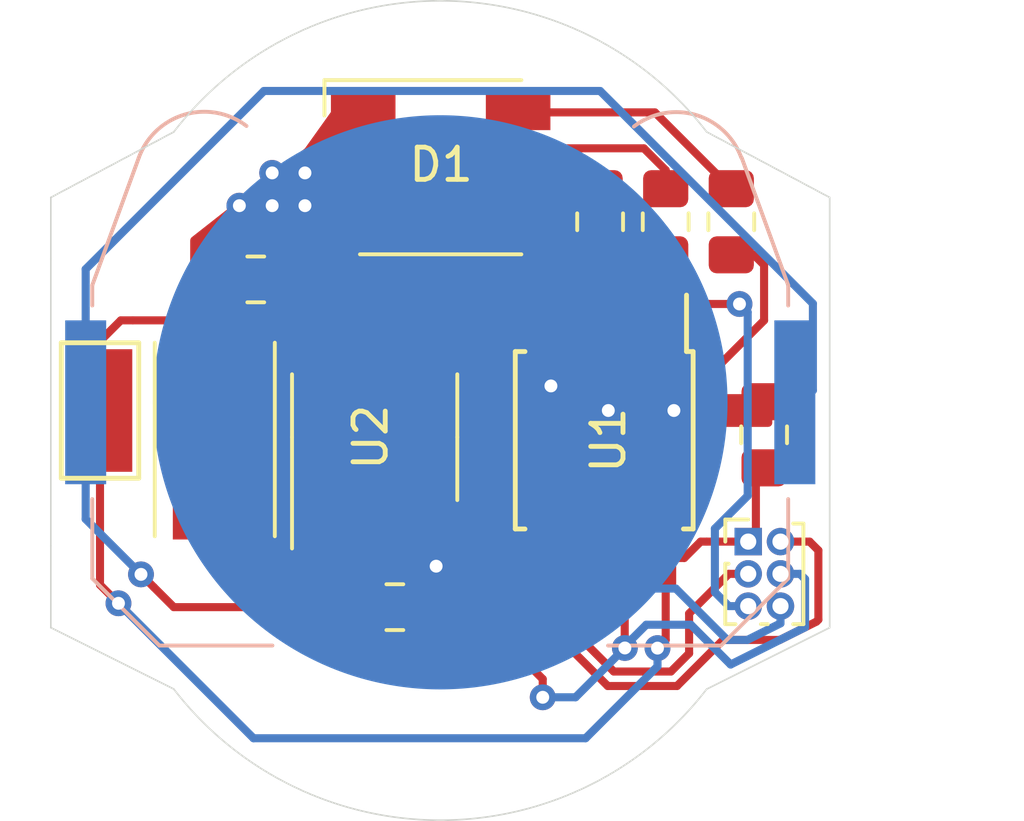
<source format=kicad_pcb>
(kicad_pcb (version 20171130) (host pcbnew "(5.1.5)-3")

  (general
    (thickness 1.6)
    (drawings 12)
    (tracks 144)
    (zones 0)
    (modules 13)
    (nets 16)
  )

  (page A4)
  (layers
    (0 F.Cu signal)
    (31 B.Cu signal)
    (32 B.Adhes user)
    (33 F.Adhes user)
    (34 B.Paste user)
    (35 F.Paste user)
    (36 B.SilkS user)
    (37 F.SilkS user)
    (38 B.Mask user hide)
    (39 F.Mask user)
    (40 Dwgs.User user)
    (41 Cmts.User user)
    (42 Eco1.User user)
    (43 Eco2.User user)
    (44 Edge.Cuts user)
    (45 Margin user)
    (46 B.CrtYd user)
    (47 F.CrtYd user)
    (48 B.Fab user)
    (49 F.Fab user)
  )

  (setup
    (last_trace_width 0.25)
    (trace_clearance 0.2)
    (zone_clearance 0)
    (zone_45_only no)
    (trace_min 0.2)
    (via_size 0.8)
    (via_drill 0.4)
    (via_min_size 0.4)
    (via_min_drill 0.3)
    (uvia_size 0.3)
    (uvia_drill 0.1)
    (uvias_allowed no)
    (uvia_min_size 0.2)
    (uvia_min_drill 0.1)
    (edge_width 0.05)
    (segment_width 0.2)
    (pcb_text_width 0.3)
    (pcb_text_size 1.5 1.5)
    (mod_edge_width 0.12)
    (mod_text_size 1 1)
    (mod_text_width 0.15)
    (pad_size 1.524 1.524)
    (pad_drill 0.762)
    (pad_to_mask_clearance 0.051)
    (solder_mask_min_width 0.25)
    (aux_axis_origin 0 0)
    (visible_elements 7FFFFFFF)
    (pcbplotparams
      (layerselection 0x010fc_ffffffff)
      (usegerberextensions false)
      (usegerberattributes false)
      (usegerberadvancedattributes false)
      (creategerberjobfile false)
      (excludeedgelayer true)
      (linewidth 0.100000)
      (plotframeref false)
      (viasonmask false)
      (mode 1)
      (useauxorigin false)
      (hpglpennumber 1)
      (hpglpenspeed 20)
      (hpglpendiameter 15.000000)
      (psnegative false)
      (psa4output false)
      (plotreference true)
      (plotvalue true)
      (plotinvisibletext false)
      (padsonsilk false)
      (subtractmaskfromsilk false)
      (outputformat 1)
      (mirror false)
      (drillshape 1)
      (scaleselection 1)
      (outputdirectory ""))
  )

  (net 0 "")
  (net 1 +BATT)
  (net 2 GND)
  (net 3 "Net-(D1-Pad4)")
  (net 4 "Net-(D1-Pad5)")
  (net 5 "Net-(D1-Pad6)")
  (net 6 B0)
  (net 7 B1)
  (net 8 B2)
  (net 9 B3)
  (net 10 B4)
  (net 11 B5)
  (net 12 "Net-(U2-Pad1)")
  (net 13 "Net-(U2-Pad2)")
  (net 14 "Net-(U2-Pad7)")
  (net 15 "Net-(C1-Pad1)")

  (net_class Default "This is the default net class."
    (clearance 0.2)
    (trace_width 0.25)
    (via_dia 0.8)
    (via_drill 0.4)
    (uvia_dia 0.3)
    (uvia_drill 0.1)
    (add_net +BATT)
    (add_net B0)
    (add_net B1)
    (add_net B2)
    (add_net B3)
    (add_net B4)
    (add_net B5)
    (add_net GND)
    (add_net "Net-(C1-Pad1)")
    (add_net "Net-(D1-Pad4)")
    (add_net "Net-(D1-Pad5)")
    (add_net "Net-(D1-Pad6)")
    (add_net "Net-(U2-Pad1)")
    (add_net "Net-(U2-Pad2)")
    (add_net "Net-(U2-Pad7)")
  )

  (module Capacitor_SMD:C_0805_2012Metric_Pad1.15x1.40mm_HandSolder (layer F.Cu) (tedit 5B36C52B) (tstamp 5FC14D88)
    (at 92.71 104.14 180)
    (descr "Capacitor SMD 0805 (2012 Metric), square (rectangular) end terminal, IPC_7351 nominal with elongated pad for handsoldering. (Body size source: https://docs.google.com/spreadsheets/d/1BsfQQcO9C6DZCsRaXUlFlo91Tg2WpOkGARC1WS5S8t0/edit?usp=sharing), generated with kicad-footprint-generator")
    (tags "capacitor handsolder")
    (path /5FC836C9)
    (attr smd)
    (fp_text reference C3 (at 0 -1.65) (layer F.SilkS) hide
      (effects (font (size 1 1) (thickness 0.15)))
    )
    (fp_text value 2.2uf (at 0 1.65) (layer F.Fab)
      (effects (font (size 1 1) (thickness 0.15)))
    )
    (fp_text user %R (at 0 0) (layer F.Fab)
      (effects (font (size 0.5 0.5) (thickness 0.08)))
    )
    (fp_line (start 1.85 0.95) (end -1.85 0.95) (layer F.CrtYd) (width 0.05))
    (fp_line (start 1.85 -0.95) (end 1.85 0.95) (layer F.CrtYd) (width 0.05))
    (fp_line (start -1.85 -0.95) (end 1.85 -0.95) (layer F.CrtYd) (width 0.05))
    (fp_line (start -1.85 0.95) (end -1.85 -0.95) (layer F.CrtYd) (width 0.05))
    (fp_line (start -0.261252 0.71) (end 0.261252 0.71) (layer F.SilkS) (width 0.12))
    (fp_line (start -0.261252 -0.71) (end 0.261252 -0.71) (layer F.SilkS) (width 0.12))
    (fp_line (start 1 0.6) (end -1 0.6) (layer F.Fab) (width 0.1))
    (fp_line (start 1 -0.6) (end 1 0.6) (layer F.Fab) (width 0.1))
    (fp_line (start -1 -0.6) (end 1 -0.6) (layer F.Fab) (width 0.1))
    (fp_line (start -1 0.6) (end -1 -0.6) (layer F.Fab) (width 0.1))
    (pad 2 smd roundrect (at 1.025 0 180) (size 1.15 1.4) (layers F.Cu F.Paste F.Mask) (roundrect_rratio 0.217391)
      (net 2 GND))
    (pad 1 smd roundrect (at -1.025 0 180) (size 1.15 1.4) (layers F.Cu F.Paste F.Mask) (roundrect_rratio 0.217391)
      (net 15 "Net-(C1-Pad1)"))
    (model ${KISYS3DMOD}/Capacitor_SMD.3dshapes/C_0805_2012Metric.wrl
      (at (xyz 0 0 0))
      (scale (xyz 1 1 1))
      (rotate (xyz 0 0 0))
    )
  )

  (module Package_SO:SOIC-8_3.9x4.9mm_P1.27mm (layer F.Cu) (tedit 5D9F72B1) (tstamp 5FC13E93)
    (at 96.393 109.031 90)
    (descr "SOIC, 8 Pin (JEDEC MS-012AA, https://www.analog.com/media/en/package-pcb-resources/package/pkg_pdf/soic_narrow-r/r_8.pdf), generated with kicad-footprint-generator ipc_gullwing_generator.py")
    (tags "SOIC SO")
    (path /5FBB8880)
    (attr smd)
    (fp_text reference U2 (at 0 -0.127 90) (layer F.SilkS)
      (effects (font (size 1 1) (thickness 0.15)))
    )
    (fp_text value PCF8523T (at 0 3.4 90) (layer F.Fab)
      (effects (font (size 1 1) (thickness 0.15)))
    )
    (fp_line (start 0 2.56) (end 1.95 2.56) (layer F.SilkS) (width 0.12))
    (fp_line (start 0 2.56) (end -1.95 2.56) (layer F.SilkS) (width 0.12))
    (fp_line (start 0 -2.56) (end 1.95 -2.56) (layer F.SilkS) (width 0.12))
    (fp_line (start 0 -2.56) (end -3.45 -2.56) (layer F.SilkS) (width 0.12))
    (fp_line (start -0.975 -2.45) (end 1.95 -2.45) (layer F.Fab) (width 0.1))
    (fp_line (start 1.95 -2.45) (end 1.95 2.45) (layer F.Fab) (width 0.1))
    (fp_line (start 1.95 2.45) (end -1.95 2.45) (layer F.Fab) (width 0.1))
    (fp_line (start -1.95 2.45) (end -1.95 -1.475) (layer F.Fab) (width 0.1))
    (fp_line (start -1.95 -1.475) (end -0.975 -2.45) (layer F.Fab) (width 0.1))
    (fp_line (start -3.7 -2.7) (end -3.7 2.7) (layer F.CrtYd) (width 0.05))
    (fp_line (start -3.7 2.7) (end 3.7 2.7) (layer F.CrtYd) (width 0.05))
    (fp_line (start 3.7 2.7) (end 3.7 -2.7) (layer F.CrtYd) (width 0.05))
    (fp_line (start 3.7 -2.7) (end -3.7 -2.7) (layer F.CrtYd) (width 0.05))
    (fp_text user %R (at 0 0 90) (layer F.Fab)
      (effects (font (size 0.98 0.98) (thickness 0.15)))
    )
    (pad 1 smd roundrect (at -2.475 -1.905 90) (size 1.95 0.6) (layers F.Cu F.Paste F.Mask) (roundrect_rratio 0.25)
      (net 12 "Net-(U2-Pad1)"))
    (pad 2 smd roundrect (at -2.475 -0.635 90) (size 1.95 0.6) (layers F.Cu F.Paste F.Mask) (roundrect_rratio 0.25)
      (net 13 "Net-(U2-Pad2)"))
    (pad 3 smd roundrect (at -2.475 0.635 90) (size 1.95 0.6) (layers F.Cu F.Paste F.Mask) (roundrect_rratio 0.25)
      (net 1 +BATT))
    (pad 4 smd roundrect (at -2.475 1.905 90) (size 1.95 0.6) (layers F.Cu F.Paste F.Mask) (roundrect_rratio 0.25)
      (net 2 GND))
    (pad 5 smd roundrect (at 2.475 1.905 90) (size 1.95 0.6) (layers F.Cu F.Paste F.Mask) (roundrect_rratio 0.25)
      (net 6 B0))
    (pad 6 smd roundrect (at 2.475 0.635 90) (size 1.95 0.6) (layers F.Cu F.Paste F.Mask) (roundrect_rratio 0.25)
      (net 8 B2))
    (pad 7 smd roundrect (at 2.475 -0.635 90) (size 1.95 0.6) (layers F.Cu F.Paste F.Mask) (roundrect_rratio 0.25)
      (net 14 "Net-(U2-Pad7)"))
    (pad 8 smd roundrect (at 2.475 -1.905 90) (size 1.95 0.6) (layers F.Cu F.Paste F.Mask) (roundrect_rratio 0.25)
      (net 15 "Net-(C1-Pad1)"))
    (model ${KISYS3DMOD}/Package_SO.3dshapes/SOIC-8_3.9x4.9mm_P1.27mm.wrl
      (at (xyz 0 0 0))
      (scale (xyz 1 1 1))
      (rotate (xyz 0 0 0))
    )
  )

  (module Capacitor_SMD:C_0805_2012Metric_Pad1.15x1.40mm_HandSolder (layer F.Cu) (tedit 5B36C52B) (tstamp 5FBB4251)
    (at 97.019 114.3)
    (descr "Capacitor SMD 0805 (2012 Metric), square (rectangular) end terminal, IPC_7351 nominal with elongated pad for handsoldering. (Body size source: https://docs.google.com/spreadsheets/d/1BsfQQcO9C6DZCsRaXUlFlo91Tg2WpOkGARC1WS5S8t0/edit?usp=sharing), generated with kicad-footprint-generator")
    (tags "capacitor handsolder")
    (path /5FBD65C1)
    (attr smd)
    (fp_text reference C2 (at -0.118 1.778) (layer F.SilkS) hide
      (effects (font (size 1 1) (thickness 0.15)))
    )
    (fp_text value 2.2uf (at 0 1.65) (layer F.Fab)
      (effects (font (size 1 1) (thickness 0.15)))
    )
    (fp_text user %R (at 0 0) (layer F.Fab)
      (effects (font (size 0.5 0.5) (thickness 0.08)))
    )
    (fp_line (start 1.85 0.95) (end -1.85 0.95) (layer F.CrtYd) (width 0.05))
    (fp_line (start 1.85 -0.95) (end 1.85 0.95) (layer F.CrtYd) (width 0.05))
    (fp_line (start -1.85 -0.95) (end 1.85 -0.95) (layer F.CrtYd) (width 0.05))
    (fp_line (start -1.85 0.95) (end -1.85 -0.95) (layer F.CrtYd) (width 0.05))
    (fp_line (start -0.261252 0.71) (end 0.261252 0.71) (layer F.SilkS) (width 0.12))
    (fp_line (start -0.261252 -0.71) (end 0.261252 -0.71) (layer F.SilkS) (width 0.12))
    (fp_line (start 1 0.6) (end -1 0.6) (layer F.Fab) (width 0.1))
    (fp_line (start 1 -0.6) (end 1 0.6) (layer F.Fab) (width 0.1))
    (fp_line (start -1 -0.6) (end 1 -0.6) (layer F.Fab) (width 0.1))
    (fp_line (start -1 0.6) (end -1 -0.6) (layer F.Fab) (width 0.1))
    (pad 2 smd roundrect (at 1.025 0) (size 1.15 1.4) (layers F.Cu F.Paste F.Mask) (roundrect_rratio 0.217391)
      (net 2 GND))
    (pad 1 smd roundrect (at -1.025 0) (size 1.15 1.4) (layers F.Cu F.Paste F.Mask) (roundrect_rratio 0.217391)
      (net 1 +BATT))
    (model ${KISYS3DMOD}/Capacitor_SMD.3dshapes/C_0805_2012Metric.wrl
      (at (xyz 0 0 0))
      (scale (xyz 1 1 1))
      (rotate (xyz 0 0 0))
    )
  )

  (module Connector_PinHeader_1.00mm:PinHeader_2x03_P1.00mm_Vertical (layer F.Cu) (tedit 59FED738) (tstamp 5FC03FD7)
    (at 107.966 112.268)
    (descr "Through hole straight pin header, 2x03, 1.00mm pitch, double rows")
    (tags "Through hole pin header THT 2x03 1.00mm double row")
    (path /5FBB7D01)
    (fp_text reference J1 (at 0.746 -1.524) (layer F.SilkS) hide
      (effects (font (size 1 1) (thickness 0.15)))
    )
    (fp_text value "Programming Header" (at 0.5 3.56) (layer F.Fab)
      (effects (font (size 1 1) (thickness 0.15)))
    )
    (fp_text user %R (at 0.5 1 90) (layer F.Fab)
      (effects (font (size 1 1) (thickness 0.15)))
    )
    (fp_line (start 2.15 -1) (end -1.15 -1) (layer F.CrtYd) (width 0.05))
    (fp_line (start 2.15 3) (end 2.15 -1) (layer F.CrtYd) (width 0.05))
    (fp_line (start -1.15 3) (end 2.15 3) (layer F.CrtYd) (width 0.05))
    (fp_line (start -1.15 -1) (end -1.15 3) (layer F.CrtYd) (width 0.05))
    (fp_line (start -0.71 -0.685) (end 0 -0.685) (layer F.SilkS) (width 0.12))
    (fp_line (start -0.71 0) (end -0.71 -0.685) (layer F.SilkS) (width 0.12))
    (fp_line (start 1.394493 -0.56) (end 1.71 -0.56) (layer F.SilkS) (width 0.12))
    (fp_line (start -0.71 0.685) (end -0.608276 0.685) (layer F.SilkS) (width 0.12))
    (fp_line (start 1.71 -0.56) (end 1.71 2.56) (layer F.SilkS) (width 0.12))
    (fp_line (start -0.71 0.685) (end -0.71 2.56) (layer F.SilkS) (width 0.12))
    (fp_line (start 0.394493 2.56) (end 0.605507 2.56) (layer F.SilkS) (width 0.12))
    (fp_line (start 1.394493 2.56) (end 1.71 2.56) (layer F.SilkS) (width 0.12))
    (fp_line (start -0.71 2.56) (end -0.394493 2.56) (layer F.SilkS) (width 0.12))
    (fp_line (start -0.65 0.075) (end -0.075 -0.5) (layer F.Fab) (width 0.1))
    (fp_line (start -0.65 2.5) (end -0.65 0.075) (layer F.Fab) (width 0.1))
    (fp_line (start 1.65 2.5) (end -0.65 2.5) (layer F.Fab) (width 0.1))
    (fp_line (start 1.65 -0.5) (end 1.65 2.5) (layer F.Fab) (width 0.1))
    (fp_line (start -0.075 -0.5) (end 1.65 -0.5) (layer F.Fab) (width 0.1))
    (pad 6 thru_hole oval (at 1 2) (size 0.85 0.85) (drill 0.5) (layers *.Cu *.Mask)
      (net 2 GND))
    (pad 5 thru_hole oval (at 0 2) (size 0.85 0.85) (drill 0.5) (layers *.Cu *.Mask)
      (net 11 B5))
    (pad 4 thru_hole oval (at 1 1) (size 0.85 0.85) (drill 0.5) (layers *.Cu *.Mask)
      (net 8 B2))
    (pad 3 thru_hole oval (at 0 1) (size 0.85 0.85) (drill 0.5) (layers *.Cu *.Mask)
      (net 7 B1))
    (pad 2 thru_hole oval (at 1 0) (size 0.85 0.85) (drill 0.5) (layers *.Cu *.Mask)
      (net 6 B0))
    (pad 1 thru_hole rect (at 0 0) (size 0.85 0.85) (drill 0.5) (layers *.Cu *.Mask)
      (net 15 "Net-(C1-Pad1)"))
    (model ${KISYS3DMOD}/Connector_PinHeader_1.00mm.3dshapes/PinHeader_2x03_P1.00mm_Vertical.wrl
      (at (xyz 0 0 0))
      (scale (xyz 1 1 1))
      (rotate (xyz 0 0 0))
    )
  )

  (module Package_SO:SOIJ-8_5.3x5.3mm_P1.27mm (layer F.Cu) (tedit 5A02F2D3) (tstamp 5FC05815)
    (at 103.505 109.126 270)
    (descr "8-Lead Plastic Small Outline (SM) - Medium, 5.28 mm Body [SOIC] (see Microchip Packaging Specification 00000049BS.pdf)")
    (tags "SOIC 1.27")
    (path /5FBAB800)
    (attr smd)
    (fp_text reference U1 (at 0 -0.127 90) (layer F.SilkS)
      (effects (font (size 1 1) (thickness 0.15)))
    )
    (fp_text value ATtiny85-20SU (at 0 3.68 90) (layer F.Fab)
      (effects (font (size 1 1) (thickness 0.15)))
    )
    (fp_text user %R (at 0 0 90) (layer F.Fab)
      (effects (font (size 1 1) (thickness 0.15)))
    )
    (fp_line (start -1.65 -2.65) (end 2.65 -2.65) (layer F.Fab) (width 0.15))
    (fp_line (start 2.65 -2.65) (end 2.65 2.65) (layer F.Fab) (width 0.15))
    (fp_line (start 2.65 2.65) (end -2.65 2.65) (layer F.Fab) (width 0.15))
    (fp_line (start -2.65 2.65) (end -2.65 -1.65) (layer F.Fab) (width 0.15))
    (fp_line (start -2.65 -1.65) (end -1.65 -2.65) (layer F.Fab) (width 0.15))
    (fp_line (start -4.75 -2.95) (end -4.75 2.95) (layer F.CrtYd) (width 0.05))
    (fp_line (start 4.75 -2.95) (end 4.75 2.95) (layer F.CrtYd) (width 0.05))
    (fp_line (start -4.75 -2.95) (end 4.75 -2.95) (layer F.CrtYd) (width 0.05))
    (fp_line (start -4.75 2.95) (end 4.75 2.95) (layer F.CrtYd) (width 0.05))
    (fp_line (start -2.75 -2.755) (end -2.75 -2.55) (layer F.SilkS) (width 0.15))
    (fp_line (start 2.75 -2.755) (end 2.75 -2.455) (layer F.SilkS) (width 0.15))
    (fp_line (start 2.75 2.755) (end 2.75 2.455) (layer F.SilkS) (width 0.15))
    (fp_line (start -2.75 2.755) (end -2.75 2.455) (layer F.SilkS) (width 0.15))
    (fp_line (start -2.75 -2.755) (end 2.75 -2.755) (layer F.SilkS) (width 0.15))
    (fp_line (start -2.75 2.755) (end 2.75 2.755) (layer F.SilkS) (width 0.15))
    (fp_line (start -2.75 -2.55) (end -4.5 -2.55) (layer F.SilkS) (width 0.15))
    (pad 1 smd rect (at -3.65 -1.905 270) (size 1.7 0.65) (layers F.Cu F.Paste F.Mask)
      (net 11 B5))
    (pad 2 smd rect (at -3.65 -0.635 270) (size 1.7 0.65) (layers F.Cu F.Paste F.Mask)
      (net 9 B3))
    (pad 3 smd rect (at -3.65 0.635 270) (size 1.7 0.65) (layers F.Cu F.Paste F.Mask)
      (net 10 B4))
    (pad 4 smd rect (at -3.65 1.905 270) (size 1.7 0.65) (layers F.Cu F.Paste F.Mask)
      (net 2 GND))
    (pad 5 smd rect (at 3.65 1.905 270) (size 1.7 0.65) (layers F.Cu F.Paste F.Mask)
      (net 6 B0))
    (pad 6 smd rect (at 3.65 0.635 270) (size 1.7 0.65) (layers F.Cu F.Paste F.Mask)
      (net 7 B1))
    (pad 7 smd rect (at 3.65 -0.635 270) (size 1.7 0.65) (layers F.Cu F.Paste F.Mask)
      (net 8 B2))
    (pad 8 smd rect (at 3.65 -1.905 270) (size 1.7 0.65) (layers F.Cu F.Paste F.Mask)
      (net 15 "Net-(C1-Pad1)"))
    (model ${KISYS3DMOD}/Package_SO.3dshapes/SOIJ-8_5.3x5.3mm_P1.27mm.wrl
      (at (xyz 0 0 0))
      (scale (xyz 1 1 1))
      (rotate (xyz 0 0 0))
    )
  )

  (module LED_SMD:LED_RGB_5050-6 (layer F.Cu) (tedit 59155824) (tstamp 5FC052BA)
    (at 98.438 100.662)
    (descr http://cdn.sparkfun.com/datasheets/Components/LED/5060BRG4.pdf)
    (tags "RGB LED 5050-6")
    (path /5FBB0105)
    (attr smd)
    (fp_text reference D1 (at 0.013 -0.078 180) (layer F.SilkS)
      (effects (font (size 1 1) (thickness 0.15)))
    )
    (fp_text value LED_RGB (at 0 3.3) (layer F.Fab)
      (effects (font (size 1 1) (thickness 0.15)))
    )
    (fp_line (start -2.5 -1.9) (end -1.9 -2.5) (layer F.Fab) (width 0.1))
    (fp_line (start 2.5 -2.5) (end -2.5 -2.5) (layer F.Fab) (width 0.1))
    (fp_line (start 2.5 2.5) (end 2.5 -2.5) (layer F.Fab) (width 0.1))
    (fp_line (start -2.5 2.5) (end 2.5 2.5) (layer F.Fab) (width 0.1))
    (fp_line (start -2.5 -2.5) (end -2.5 2.5) (layer F.Fab) (width 0.1))
    (fp_line (start -3.6 -2.7) (end 2.5 -2.7) (layer F.SilkS) (width 0.12))
    (fp_line (start -3.6 -1.6) (end -3.6 -2.7) (layer F.SilkS) (width 0.12))
    (fp_line (start 2.5 2.7) (end -2.5 2.7) (layer F.SilkS) (width 0.12))
    (fp_line (start 3.65 -2.75) (end -3.65 -2.75) (layer F.CrtYd) (width 0.05))
    (fp_line (start 3.65 2.75) (end 3.65 -2.75) (layer F.CrtYd) (width 0.05))
    (fp_line (start -3.65 2.75) (end 3.65 2.75) (layer F.CrtYd) (width 0.05))
    (fp_line (start -3.65 -2.75) (end -3.65 2.75) (layer F.CrtYd) (width 0.05))
    (fp_text user %R (at 0 0) (layer F.Fab)
      (effects (font (size 0.6 0.6) (thickness 0.06)))
    )
    (fp_circle (center 0 0) (end 0 -1.9) (layer F.Fab) (width 0.1))
    (pad 1 smd rect (at -2.4 -1.7 90) (size 1.1 2) (layers F.Cu F.Paste F.Mask)
      (net 2 GND))
    (pad 2 smd rect (at -2.4 0 90) (size 1.1 2) (layers F.Cu F.Paste F.Mask)
      (net 2 GND))
    (pad 3 smd rect (at -2.4 1.7 90) (size 1.1 2) (layers F.Cu F.Paste F.Mask)
      (net 2 GND))
    (pad 4 smd rect (at 2.4 1.7 90) (size 1.1 2) (layers F.Cu F.Paste F.Mask)
      (net 3 "Net-(D1-Pad4)"))
    (pad 5 smd rect (at 2.4 0 90) (size 1.1 2) (layers F.Cu F.Paste F.Mask)
      (net 4 "Net-(D1-Pad5)"))
    (pad 6 smd rect (at 2.4 -1.7 90) (size 1.1 2) (layers F.Cu F.Paste F.Mask)
      (net 5 "Net-(D1-Pad6)"))
    (model ${KISYS3DMOD}/LED_SMD.3dshapes/LED_RGB_5050-6.wrl
      (at (xyz 0 0 0))
      (scale (xyz 1 1 1))
      (rotate (xyz 0 0 0))
    )
  )

  (module Battery:BatteryHolder_Keystone_3034_1x20mm (layer B.Cu) (tedit 5D9CBF18) (tstamp 5FBB3ECC)
    (at 98.425 107.95)
    (descr "Keystone 3034 SMD battery holder for 2020, 2025 and 2032 coincell batteries. http://www.keyelco.com/product-pdf.cfm?p=798")
    (tags "Keystone type 3034 coin cell retainer")
    (path /5FBBA94D)
    (attr smd)
    (fp_text reference J2 (at 0 11.5) (layer B.SilkS) hide
      (effects (font (size 1 1) (thickness 0.15)) (justify mirror))
    )
    (fp_text value "CR2023 Socket" (at 0 -11.5) (layer B.Fab)
      (effects (font (size 1 1) (thickness 0.15)) (justify mirror))
    )
    (fp_line (start 8.7 7.54) (end 5.2 7.54) (layer B.SilkS) (width 0.12))
    (fp_line (start 11.87 -2.79) (end 11.87 2.79) (layer B.CrtYd) (width 0.05))
    (fp_line (start 10.88 -2.79) (end 11.87 -2.79) (layer B.CrtYd) (width 0.05))
    (fp_line (start 10.88 -3.64) (end 10.88 -2.79) (layer B.CrtYd) (width 0.05))
    (fp_line (start 9.43 -7.63) (end 10.88 -3.64) (layer B.CrtYd) (width 0.05))
    (fp_arc (start 7.31 -6.85) (end 5.96 -8.64) (angle 106.9) (layer B.CrtYd) (width 0.05))
    (fp_arc (start 0 0) (end -5.96 -8.64) (angle 69.1) (layer B.CrtYd) (width 0.05))
    (fp_arc (start -7.31 -6.85) (end -9.43 -7.62) (angle 106.9) (layer B.CrtYd) (width 0.05))
    (fp_line (start -10.88 -3.64) (end -9.44 -7.62) (layer B.CrtYd) (width 0.05))
    (fp_line (start -10.88 -2.79) (end -10.88 -3.64) (layer B.CrtYd) (width 0.05))
    (fp_line (start -11.87 -2.79) (end -10.88 -2.79) (layer B.CrtYd) (width 0.05))
    (fp_line (start -11.87 2.79) (end -11.87 -2.79) (layer B.CrtYd) (width 0.05))
    (fp_line (start -10.88 2.79) (end -11.87 2.79) (layer B.CrtYd) (width 0.05))
    (fp_line (start -10.88 5.5) (end -10.88 2.79) (layer B.CrtYd) (width 0.05))
    (fp_line (start -8.74 7.64) (end -10.88 5.5) (layer B.CrtYd) (width 0.05))
    (fp_line (start -7.2 7.64) (end -8.74 7.64) (layer B.CrtYd) (width 0.05))
    (fp_arc (start 0 0) (end 7.2 7.64) (angle 86.6) (layer B.CrtYd) (width 0.05))
    (fp_line (start 8.74 7.64) (end 7.2 7.64) (layer B.CrtYd) (width 0.05))
    (fp_line (start 10.88 5.5) (end 8.74 7.64) (layer B.CrtYd) (width 0.05))
    (fp_line (start 10.88 2.79) (end 10.88 5.5) (layer B.CrtYd) (width 0.05))
    (fp_line (start 11.87 2.79) (end 10.88 2.79) (layer B.CrtYd) (width 0.05))
    (fp_arc (start -7.31 -6.85) (end -9.19 -7.53) (angle 107.5) (layer B.Fab) (width 0.1))
    (fp_arc (start 0 -16.36) (end 6.1 -8.43) (angle 75.1) (layer B.Fab) (width 0.1))
    (fp_arc (start 7.31 -6.85) (end 6.1 -8.43) (angle 107.5) (layer B.Fab) (width 0.1))
    (fp_line (start 10.63 -3.6) (end 9.19 -7.53) (layer B.Fab) (width 0.1))
    (fp_line (start 10.63 5.4) (end 10.63 -3.6) (layer B.Fab) (width 0.1))
    (fp_line (start 8.64 7.39) (end 10.63 5.4) (layer B.Fab) (width 0.1))
    (fp_line (start -8.64 7.39) (end 8.64 7.39) (layer B.Fab) (width 0.1))
    (fp_line (start -10.63 5.4) (end -8.64 7.39) (layer B.Fab) (width 0.1))
    (fp_line (start -10.63 -3.6) (end -10.63 5.4) (layer B.Fab) (width 0.1))
    (fp_line (start -9.19 -7.53) (end -10.63 -3.6) (layer B.Fab) (width 0.1))
    (fp_line (start 10.78 -3) (end 10.78 -3.63) (layer B.SilkS) (width 0.12))
    (fp_line (start 10.78 5.46) (end 10.78 3) (layer B.SilkS) (width 0.12))
    (fp_line (start -10.78 -3) (end -10.78 -3.63) (layer B.SilkS) (width 0.12))
    (fp_line (start -10.78 5.46) (end -10.78 3) (layer B.SilkS) (width 0.12))
    (fp_arc (start 7.31 -6.85) (end 6 -8.55) (angle 107.5) (layer B.SilkS) (width 0.12))
    (fp_line (start 10.78 -3.63) (end 9.34 -7.58) (layer B.SilkS) (width 0.12))
    (fp_line (start 8.7 7.54) (end 10.78 5.46) (layer B.SilkS) (width 0.12))
    (fp_line (start -5.2 7.54) (end -8.7 7.54) (layer B.SilkS) (width 0.12))
    (fp_line (start -8.7 7.54) (end -10.78 5.46) (layer B.SilkS) (width 0.12))
    (fp_line (start -10.78 -3.63) (end -9.34 -7.58) (layer B.SilkS) (width 0.12))
    (fp_arc (start -7.31 -6.85) (end -9.34 -7.58) (angle 107.5) (layer B.SilkS) (width 0.12))
    (fp_circle (center 0 0) (end 0 -10.25) (layer Dwgs.User) (width 0.15))
    (fp_text user %R (at 0 2.9) (layer B.Fab)
      (effects (font (size 1 1) (thickness 0.15)) (justify mirror))
    )
    (pad 1 smd rect (at -10.985 0) (size 1.27 5.08) (layers B.Cu B.Paste B.Mask)
      (net 1 +BATT))
    (pad 1 smd rect (at 10.985 0) (size 1.27 5.08) (layers B.Cu B.Paste B.Mask)
      (net 1 +BATT))
    (pad 2 smd circle (at 0 0) (size 17.8 17.8) (layers B.Cu B.Mask)
      (net 2 GND))
    (model ${KISYS3DMOD}/Battery.3dshapes/BatteryHolder_Keystone_3034_1x20mm.wrl
      (at (xyz 0 0 0))
      (scale (xyz 1 1 1))
      (rotate (xyz 0 0 0))
    )
  )

  (module Capacitor_SMD:C_0805_2012Metric_Pad1.15x1.40mm_HandSolder (layer F.Cu) (tedit 5B36C52B) (tstamp 5FBB502E)
    (at 108.458 108.957 90)
    (descr "Capacitor SMD 0805 (2012 Metric), square (rectangular) end terminal, IPC_7351 nominal with elongated pad for handsoldering. (Body size source: https://docs.google.com/spreadsheets/d/1BsfQQcO9C6DZCsRaXUlFlo91Tg2WpOkGARC1WS5S8t0/edit?usp=sharing), generated with kicad-footprint-generator")
    (tags "capacitor handsolder")
    (path /5FBC4359)
    (attr smd)
    (fp_text reference C1 (at 2.531 0 180) (layer F.SilkS) hide
      (effects (font (size 1 1) (thickness 0.15)))
    )
    (fp_text value 2.2uf (at 0 1.65 90) (layer F.Fab)
      (effects (font (size 1 1) (thickness 0.15)))
    )
    (fp_text user %R (at 0 0 90) (layer F.Fab)
      (effects (font (size 0.5 0.5) (thickness 0.08)))
    )
    (fp_line (start 1.85 0.95) (end -1.85 0.95) (layer F.CrtYd) (width 0.05))
    (fp_line (start 1.85 -0.95) (end 1.85 0.95) (layer F.CrtYd) (width 0.05))
    (fp_line (start -1.85 -0.95) (end 1.85 -0.95) (layer F.CrtYd) (width 0.05))
    (fp_line (start -1.85 0.95) (end -1.85 -0.95) (layer F.CrtYd) (width 0.05))
    (fp_line (start -0.261252 0.71) (end 0.261252 0.71) (layer F.SilkS) (width 0.12))
    (fp_line (start -0.261252 -0.71) (end 0.261252 -0.71) (layer F.SilkS) (width 0.12))
    (fp_line (start 1 0.6) (end -1 0.6) (layer F.Fab) (width 0.1))
    (fp_line (start 1 -0.6) (end 1 0.6) (layer F.Fab) (width 0.1))
    (fp_line (start -1 -0.6) (end 1 -0.6) (layer F.Fab) (width 0.1))
    (fp_line (start -1 0.6) (end -1 -0.6) (layer F.Fab) (width 0.1))
    (pad 2 smd roundrect (at 1.025 0 90) (size 1.15 1.4) (layers F.Cu F.Paste F.Mask) (roundrect_rratio 0.217391)
      (net 2 GND))
    (pad 1 smd roundrect (at -1.025 0 90) (size 1.15 1.4) (layers F.Cu F.Paste F.Mask) (roundrect_rratio 0.217391)
      (net 15 "Net-(C1-Pad1)"))
    (model ${KISYS3DMOD}/Capacitor_SMD.3dshapes/C_0805_2012Metric.wrl
      (at (xyz 0 0 0))
      (scale (xyz 1 1 1))
      (rotate (xyz 0 0 0))
    )
  )

  (module Resistor_SMD:R_0805_2012Metric_Pad1.15x1.40mm_HandSolder (layer F.Cu) (tedit 5B36C52B) (tstamp 5FC05F49)
    (at 103.378 102.353 270)
    (descr "Resistor SMD 0805 (2012 Metric), square (rectangular) end terminal, IPC_7351 nominal with elongated pad for handsoldering. (Body size source: https://docs.google.com/spreadsheets/d/1BsfQQcO9C6DZCsRaXUlFlo91Tg2WpOkGARC1WS5S8t0/edit?usp=sharing), generated with kicad-footprint-generator")
    (tags "resistor handsolder")
    (path /5FBCEB5D)
    (attr smd)
    (fp_text reference R1 (at -2.531 0 180) (layer F.SilkS) hide
      (effects (font (size 1 1) (thickness 0.15)))
    )
    (fp_text value "30 ohm" (at 0 1.65 90) (layer F.Fab)
      (effects (font (size 1 1) (thickness 0.15)))
    )
    (fp_line (start -1 0.6) (end -1 -0.6) (layer F.Fab) (width 0.1))
    (fp_line (start -1 -0.6) (end 1 -0.6) (layer F.Fab) (width 0.1))
    (fp_line (start 1 -0.6) (end 1 0.6) (layer F.Fab) (width 0.1))
    (fp_line (start 1 0.6) (end -1 0.6) (layer F.Fab) (width 0.1))
    (fp_line (start -0.261252 -0.71) (end 0.261252 -0.71) (layer F.SilkS) (width 0.12))
    (fp_line (start -0.261252 0.71) (end 0.261252 0.71) (layer F.SilkS) (width 0.12))
    (fp_line (start -1.85 0.95) (end -1.85 -0.95) (layer F.CrtYd) (width 0.05))
    (fp_line (start -1.85 -0.95) (end 1.85 -0.95) (layer F.CrtYd) (width 0.05))
    (fp_line (start 1.85 -0.95) (end 1.85 0.95) (layer F.CrtYd) (width 0.05))
    (fp_line (start 1.85 0.95) (end -1.85 0.95) (layer F.CrtYd) (width 0.05))
    (fp_text user %R (at 0 0 90) (layer F.Fab)
      (effects (font (size 0.5 0.5) (thickness 0.08)))
    )
    (pad 1 smd roundrect (at -1.025 0 270) (size 1.15 1.4) (layers F.Cu F.Paste F.Mask) (roundrect_rratio 0.217391)
      (net 3 "Net-(D1-Pad4)"))
    (pad 2 smd roundrect (at 1.025 0 270) (size 1.15 1.4) (layers F.Cu F.Paste F.Mask) (roundrect_rratio 0.217391)
      (net 7 B1))
    (model ${KISYS3DMOD}/Resistor_SMD.3dshapes/R_0805_2012Metric.wrl
      (at (xyz 0 0 0))
      (scale (xyz 1 1 1))
      (rotate (xyz 0 0 0))
    )
  )

  (module Resistor_SMD:R_0805_2012Metric_Pad1.15x1.40mm_HandSolder (layer F.Cu) (tedit 5B36C52B) (tstamp 5FC0504B)
    (at 105.41 102.353 270)
    (descr "Resistor SMD 0805 (2012 Metric), square (rectangular) end terminal, IPC_7351 nominal with elongated pad for handsoldering. (Body size source: https://docs.google.com/spreadsheets/d/1BsfQQcO9C6DZCsRaXUlFlo91Tg2WpOkGARC1WS5S8t0/edit?usp=sharing), generated with kicad-footprint-generator")
    (tags "resistor handsolder")
    (path /5FBD0351)
    (attr smd)
    (fp_text reference R2 (at -2.531 0 180) (layer F.SilkS) hide
      (effects (font (size 1 1) (thickness 0.15)))
    )
    (fp_text value "30 ohm" (at 0 1.65 90) (layer F.Fab)
      (effects (font (size 1 1) (thickness 0.15)))
    )
    (fp_text user %R (at 0 0 90) (layer F.Fab)
      (effects (font (size 0.5 0.5) (thickness 0.08)))
    )
    (fp_line (start 1.85 0.95) (end -1.85 0.95) (layer F.CrtYd) (width 0.05))
    (fp_line (start 1.85 -0.95) (end 1.85 0.95) (layer F.CrtYd) (width 0.05))
    (fp_line (start -1.85 -0.95) (end 1.85 -0.95) (layer F.CrtYd) (width 0.05))
    (fp_line (start -1.85 0.95) (end -1.85 -0.95) (layer F.CrtYd) (width 0.05))
    (fp_line (start -0.261252 0.71) (end 0.261252 0.71) (layer F.SilkS) (width 0.12))
    (fp_line (start -0.261252 -0.71) (end 0.261252 -0.71) (layer F.SilkS) (width 0.12))
    (fp_line (start 1 0.6) (end -1 0.6) (layer F.Fab) (width 0.1))
    (fp_line (start 1 -0.6) (end 1 0.6) (layer F.Fab) (width 0.1))
    (fp_line (start -1 -0.6) (end 1 -0.6) (layer F.Fab) (width 0.1))
    (fp_line (start -1 0.6) (end -1 -0.6) (layer F.Fab) (width 0.1))
    (pad 2 smd roundrect (at 1.025 0 270) (size 1.15 1.4) (layers F.Cu F.Paste F.Mask) (roundrect_rratio 0.217391)
      (net 9 B3))
    (pad 1 smd roundrect (at -1.025 0 270) (size 1.15 1.4) (layers F.Cu F.Paste F.Mask) (roundrect_rratio 0.217391)
      (net 4 "Net-(D1-Pad5)"))
    (model ${KISYS3DMOD}/Resistor_SMD.3dshapes/R_0805_2012Metric.wrl
      (at (xyz 0 0 0))
      (scale (xyz 1 1 1))
      (rotate (xyz 0 0 0))
    )
  )

  (module Resistor_SMD:R_0805_2012Metric_Pad1.15x1.40mm_HandSolder (layer F.Cu) (tedit 5B36C52B) (tstamp 5FBB51E7)
    (at 107.442 102.353 270)
    (descr "Resistor SMD 0805 (2012 Metric), square (rectangular) end terminal, IPC_7351 nominal with elongated pad for handsoldering. (Body size source: https://docs.google.com/spreadsheets/d/1BsfQQcO9C6DZCsRaXUlFlo91Tg2WpOkGARC1WS5S8t0/edit?usp=sharing), generated with kicad-footprint-generator")
    (tags "resistor handsolder")
    (path /5FBD0E6B)
    (attr smd)
    (fp_text reference R3 (at 2.549 0 180) (layer F.SilkS) hide
      (effects (font (size 1 1) (thickness 0.15)))
    )
    (fp_text value "30 ohm" (at 0 1.65 90) (layer F.Fab)
      (effects (font (size 1 1) (thickness 0.15)))
    )
    (fp_text user %R (at 0 0 90) (layer F.Fab)
      (effects (font (size 0.5 0.5) (thickness 0.08)))
    )
    (fp_line (start 1.85 0.95) (end -1.85 0.95) (layer F.CrtYd) (width 0.05))
    (fp_line (start 1.85 -0.95) (end 1.85 0.95) (layer F.CrtYd) (width 0.05))
    (fp_line (start -1.85 -0.95) (end 1.85 -0.95) (layer F.CrtYd) (width 0.05))
    (fp_line (start -1.85 0.95) (end -1.85 -0.95) (layer F.CrtYd) (width 0.05))
    (fp_line (start -0.261252 0.71) (end 0.261252 0.71) (layer F.SilkS) (width 0.12))
    (fp_line (start -0.261252 -0.71) (end 0.261252 -0.71) (layer F.SilkS) (width 0.12))
    (fp_line (start 1 0.6) (end -1 0.6) (layer F.Fab) (width 0.1))
    (fp_line (start 1 -0.6) (end 1 0.6) (layer F.Fab) (width 0.1))
    (fp_line (start -1 -0.6) (end 1 -0.6) (layer F.Fab) (width 0.1))
    (fp_line (start -1 0.6) (end -1 -0.6) (layer F.Fab) (width 0.1))
    (pad 2 smd roundrect (at 1.025 0 270) (size 1.15 1.4) (layers F.Cu F.Paste F.Mask) (roundrect_rratio 0.217391)
      (net 10 B4))
    (pad 1 smd roundrect (at -1.025 0 270) (size 1.15 1.4) (layers F.Cu F.Paste F.Mask) (roundrect_rratio 0.217391)
      (net 5 "Net-(D1-Pad6)"))
    (model ${KISYS3DMOD}/Resistor_SMD.3dshapes/R_0805_2012Metric.wrl
      (at (xyz 0 0 0))
      (scale (xyz 1 1 1))
      (rotate (xyz 0 0 0))
    )
  )

  (module Crystal:Crystal_SMD_Abracon_ABM7-2Pin_6.0x3.5mm (layer F.Cu) (tedit 5B7D6636) (tstamp 5FBB64BA)
    (at 91.44 109.102 90)
    (descr "SMD Crystal Abracon ABM7, https://abracon.com/Resonators/abm7.pdf")
    (tags "SMD SMT crystal")
    (path /5FBEADBB)
    (attr smd)
    (fp_text reference Y1 (at -4.318 0.127 180) (layer F.SilkS) hide
      (effects (font (size 1 1) (thickness 0.15)))
    )
    (fp_text value 32.768 (at -0.762 2.667 90) (layer F.Fab)
      (effects (font (size 1 1) (thickness 0.15)))
    )
    (fp_text user %R (at 4.318 -1.143 90) (layer F.Fab)
      (effects (font (size 1 1) (thickness 0.15)))
    )
    (fp_line (start -3 -1.75) (end -3 1.75) (layer F.Fab) (width 0.1))
    (fp_line (start -3 1.75) (end 3 1.75) (layer F.Fab) (width 0.1))
    (fp_line (start 3 -1.75) (end 3 1.75) (layer F.Fab) (width 0.1))
    (fp_line (start -3 -1.75) (end 3 -1.75) (layer F.Fab) (width 0.1))
    (fp_line (start -3 -1.86) (end 3 -1.86) (layer F.SilkS) (width 0.12))
    (fp_line (start -3 1.86) (end 3 1.86) (layer F.SilkS) (width 0.12))
    (fp_line (start -3.35 -2) (end 3.35 -2) (layer F.CrtYd) (width 0.05))
    (fp_line (start -3.35 -2) (end -3.35 2) (layer F.CrtYd) (width 0.05))
    (fp_line (start 3.35 2) (end 3.35 -2) (layer F.CrtYd) (width 0.05))
    (fp_line (start 3.35 2) (end -3.35 2) (layer F.CrtYd) (width 0.05))
    (pad 1 smd rect (at -2.15 0 90) (size 1.9 2.6) (layers F.Cu F.Paste F.Mask)
      (net 13 "Net-(U2-Pad2)"))
    (pad 2 smd rect (at 2.15 0 90) (size 1.9 2.6) (layers F.Cu F.Paste F.Mask)
      (net 12 "Net-(U2-Pad1)"))
    (model ${KISYS3DMOD}/Crystal.3dshapes/Crystal_SMD_Abracon_ABM7-2Pin_6.0x3.5mm.wrl
      (at (xyz 0 0 0))
      (scale (xyz 1 1 1))
      (rotate (xyz 0 0 0))
    )
  )

  (module TestPoint:TestPoint_Keystone_5019_Minature (layer F.Cu) (tedit 5A0F774F) (tstamp 5FC068E0)
    (at 87.884 108.204 270)
    (descr "SMT Test Point- Micro Miniature 5019, http://www.keyelco.com/product-pdf.cfm?p=1357")
    (tags "Test Point")
    (path /5FBCE2ED)
    (attr smd)
    (fp_text reference H1 (at -3.048 0 180) (layer F.SilkS) hide
      (effects (font (size 1 1) (thickness 0.15)))
    )
    (fp_text value "Battery Mechanical Switch Pad" (at 0 2.25 90) (layer F.Fab)
      (effects (font (size 1 1) (thickness 0.15)))
    )
    (fp_text user %R (at 0 0) (layer F.Fab)
      (effects (font (size 0.9 0.9) (thickness 0.135)))
    )
    (fp_line (start 0 0.5) (end 0 1) (layer F.Fab) (width 0.15))
    (fp_line (start 0 -1) (end 0 -0.5) (layer F.Fab) (width 0.15))
    (fp_line (start -1.9 -0.5) (end 1.9 -0.5) (layer F.Fab) (width 0.15))
    (fp_line (start 1.9 0.5) (end -1.9 0.5) (layer F.Fab) (width 0.15))
    (fp_line (start 1.25 -1) (end -1.25 -1) (layer F.Fab) (width 0.15))
    (fp_line (start -1.25 -1) (end -1.25 -0.5) (layer F.Fab) (width 0.15))
    (fp_line (start -1.25 -0.5) (end -1.75 -0.5) (layer F.Fab) (width 0.15))
    (fp_line (start -1.9 -0.5) (end -1.9 0.5) (layer F.Fab) (width 0.15))
    (fp_line (start -1.75 0.5) (end -1.25 0.5) (layer F.Fab) (width 0.15))
    (fp_line (start -1.25 0.5) (end -1.25 1) (layer F.Fab) (width 0.15))
    (fp_line (start -1.25 1) (end 1.25 1) (layer F.Fab) (width 0.15))
    (fp_line (start 1.25 1) (end 1.25 0.5) (layer F.Fab) (width 0.15))
    (fp_line (start 1.25 0.5) (end 1.75 0.5) (layer F.Fab) (width 0.15))
    (fp_line (start 1.9 0.5) (end 1.9 -0.5) (layer F.Fab) (width 0.15))
    (fp_line (start 1.75 -0.5) (end 1.25 -0.5) (layer F.Fab) (width 0.15))
    (fp_line (start 1.25 -0.5) (end 1.25 -1) (layer F.Fab) (width 0.15))
    (fp_line (start -2.35 -1.45) (end 2.35 -1.45) (layer F.CrtYd) (width 0.05))
    (fp_line (start 2.35 -1.45) (end 2.35 1.45) (layer F.CrtYd) (width 0.05))
    (fp_line (start 2.35 1.45) (end -2.35 1.45) (layer F.CrtYd) (width 0.05))
    (fp_line (start -2.35 1.45) (end -2.35 -1.45) (layer F.CrtYd) (width 0.05))
    (fp_line (start -2.1 -1.2) (end 2.1 -1.2) (layer F.SilkS) (width 0.15))
    (fp_line (start 2.1 -1.2) (end 2.1 1.2) (layer F.SilkS) (width 0.15))
    (fp_line (start 2.1 1.2) (end -2.1 1.2) (layer F.SilkS) (width 0.15))
    (fp_line (start -2.1 1.2) (end -2.1 -1.2) (layer F.SilkS) (width 0.15))
    (pad 1 smd rect (at 0 0 270) (size 3.8 2) (layers F.Cu F.Paste F.Mask)
      (net 15 "Net-(C1-Pad1)"))
    (model ${KISYS3DMOD}/TestPoint.3dshapes/TestPoint_Keystone_5019_Minature.wrl
      (at (xyz 0 0 0))
      (scale (xyz 1 1 1))
      (rotate (xyz 0 0 0))
    )
  )

  (gr_line (start 110.49 103.505001) (end 110.489998 112.394999) (layer Edge.Cuts) (width 0.05) (tstamp 5FC06757))
  (gr_line (start 86.360001 103.505001) (end 86.359999 112.394999) (layer Edge.Cuts) (width 0.05) (tstamp 5FC06756))
  (gr_line (start 110.489998 112.394999) (end 110.49 114.935) (layer Edge.Cuts) (width 0.05) (tstamp 5FC06749))
  (gr_line (start 110.49 101.6) (end 110.49 103.505001) (layer Edge.Cuts) (width 0.05) (tstamp 5FC06746))
  (gr_line (start 86.36 101.6) (end 90.170001 99.568) (layer Edge.Cuts) (width 0.05) (tstamp 5FBC95EC))
  (gr_line (start 106.679999 99.568) (end 110.49 101.6) (layer Edge.Cuts) (width 0.05) (tstamp 5FBC95EB))
  (gr_line (start 90.170002 116.84) (end 86.36 114.935) (layer Edge.Cuts) (width 0.05) (tstamp 5FBC95E7))
  (gr_line (start 106.68 116.84) (end 110.49 114.935) (layer Edge.Cuts) (width 0.05) (tstamp 5FBC95E6))
  (gr_arc (start 98.425001 110.490001) (end 90.170002 116.84) (angle -104.8628159) (layer Edge.Cuts) (width 0.05) (tstamp 5FBC95DA))
  (gr_line (start 86.359999 112.394999) (end 86.36 114.935) (layer Edge.Cuts) (width 0.05) (tstamp 5FBB54BB))
  (gr_line (start 86.36 101.6) (end 86.360001 103.505001) (layer Edge.Cuts) (width 0.05) (tstamp 5FBB54BA))
  (gr_arc (start 98.425 105.917999) (end 106.679999 99.568) (angle -104.8628159) (layer Edge.Cuts) (width 0.05))

  (via (at 105.664 108.204) (size 0.8) (drill 0.4) (layers F.Cu B.Cu) (net 2))
  (via (at 103.632 108.204) (size 0.8) (drill 0.4) (layers F.Cu B.Cu) (net 2))
  (via (at 101.854 107.442) (size 0.8) (drill 0.4) (layers F.Cu B.Cu) (net 2))
  (via (at 92.202 101.854) (size 0.8) (drill 0.4) (layers F.Cu B.Cu) (net 2))
  (via (at 93.218 100.838) (size 0.8) (drill 0.4) (layers F.Cu B.Cu) (net 2))
  (via (at 94.234 100.838) (size 0.8) (drill 0.4) (layers F.Cu B.Cu) (net 2))
  (via (at 93.218 101.854) (size 0.8) (drill 0.4) (layers F.Cu B.Cu) (net 2))
  (via (at 94.234 101.854) (size 0.8) (drill 0.4) (layers F.Cu B.Cu) (net 2))
  (via (at 98.298 113.03) (size 0.8) (drill 0.4) (layers F.Cu B.Cu) (net 2))
  (segment (start 109.970001 107.580001) (end 109.830002 107.72) (width 0.25) (layer B.Cu) (net 1))
  (segment (start 87.44 103.822) (end 92.964 98.298) (width 0.25) (layer B.Cu) (net 1))
  (segment (start 92.964 98.298) (end 103.378 98.298) (width 0.25) (layer B.Cu) (net 1))
  (segment (start 87.44 107.95) (end 87.44 103.822) (width 0.25) (layer B.Cu) (net 1))
  (segment (start 103.378 98.298) (end 109.970001 104.890001) (width 0.25) (layer B.Cu) (net 1))
  (segment (start 109.970001 104.890001) (end 109.970001 107.580001) (width 0.25) (layer B.Cu) (net 1))
  (segment (start 97.028 112.481) (end 97.028 111.506) (width 0.25) (layer F.Cu) (net 1))
  (segment (start 97.028 112.566) (end 97.028 112.481) (width 0.25) (layer F.Cu) (net 1))
  (segment (start 95.994 113.6) (end 97.028 112.566) (width 0.25) (layer F.Cu) (net 1))
  (segment (start 95.994 114.3) (end 95.994 113.6) (width 0.25) (layer F.Cu) (net 1))
  (segment (start 87.44 107.95) (end 87.44 111.57001) (width 0.25) (layer B.Cu) (net 1))
  (segment (start 95.994 114.3) (end 90.16999 114.3) (width 0.25) (layer F.Cu) (net 1))
  (segment (start 87.44 111.57001) (end 89.154 113.28401) (width 0.25) (layer B.Cu) (net 1))
  (via (at 89.154 113.28401) (size 0.8) (drill 0.4) (layers F.Cu B.Cu) (net 1))
  (segment (start 89.553999 113.684009) (end 89.154 113.28401) (width 0.25) (layer F.Cu) (net 1))
  (segment (start 90.16999 114.3) (end 89.553999 113.684009) (width 0.25) (layer F.Cu) (net 1))
  (segment (start 108.966 114.802552) (end 107.939101 115.316) (width 0.25) (layer B.Cu) (net 2))
  (segment (start 107.31641 115.316) (end 105.723401 113.722991) (width 0.25) (layer B.Cu) (net 2))
  (segment (start 108.966 114.268) (end 108.966 114.802552) (width 0.25) (layer B.Cu) (net 2))
  (segment (start 107.939101 115.316) (end 107.31641 115.316) (width 0.25) (layer B.Cu) (net 2))
  (segment (start 104.197991 113.722991) (end 98.425 107.95) (width 0.25) (layer B.Cu) (net 2))
  (segment (start 105.723401 113.722991) (end 104.197991 113.722991) (width 0.25) (layer B.Cu) (net 2))
  (segment (start 100.838 102.362) (end 101.346 102.362) (width 0.25) (layer F.Cu) (net 3))
  (segment (start 102.108 102.362) (end 100.838 102.362) (width 0.25) (layer F.Cu) (net 3))
  (segment (start 103.378 101.328) (end 103.142 101.328) (width 0.25) (layer F.Cu) (net 3))
  (segment (start 103.142 101.328) (end 102.108 102.362) (width 0.25) (layer F.Cu) (net 3))
  (segment (start 100.838 100.662) (end 101.268 100.662) (width 0.25) (layer F.Cu) (net 4))
  (segment (start 101.268 100.662) (end 101.854 100.076) (width 0.25) (layer F.Cu) (net 4))
  (segment (start 104.733 100.076) (end 105.41 100.753) (width 0.25) (layer F.Cu) (net 4))
  (segment (start 105.41 100.753) (end 105.41 101.328) (width 0.25) (layer F.Cu) (net 4))
  (segment (start 101.854 100.076) (end 104.733 100.076) (width 0.25) (layer F.Cu) (net 4))
  (segment (start 105.076 98.962) (end 107.442 101.328) (width 0.25) (layer F.Cu) (net 5))
  (segment (start 100.838 98.962) (end 105.076 98.962) (width 0.25) (layer F.Cu) (net 5))
  (segment (start 98.298 108.16459) (end 98.298 107.531) (width 0.25) (layer F.Cu) (net 6))
  (segment (start 98.298 107.531) (end 98.298 106.556) (width 0.25) (layer F.Cu) (net 6))
  (segment (start 101.6 112.776) (end 101.6 111.46659) (width 0.25) (layer F.Cu) (net 6))
  (segment (start 101.6 111.46659) (end 98.298 108.16459) (width 0.25) (layer F.Cu) (net 6))
  (segment (start 109.868013 112.268) (end 109.56704 112.268) (width 0.25) (layer F.Cu) (net 6))
  (segment (start 110.139991 114.688423) (end 110.139991 112.539978) (width 0.25) (layer F.Cu) (net 6))
  (segment (start 110.079473 114.748941) (end 110.139991 114.688423) (width 0.25) (layer F.Cu) (net 6))
  (segment (start 108.945355 115.316) (end 110.079473 114.748941) (width 0.25) (layer F.Cu) (net 6))
  (segment (start 110.139991 112.539978) (end 109.868013 112.268) (width 0.25) (layer F.Cu) (net 6))
  (segment (start 101.6 114.730092) (end 103.614919 116.745011) (width 0.25) (layer F.Cu) (net 6))
  (segment (start 107.188 115.316) (end 108.945355 115.316) (width 0.25) (layer F.Cu) (net 6))
  (segment (start 101.6 112.776) (end 101.6 114.730092) (width 0.25) (layer F.Cu) (net 6))
  (segment (start 109.56704 112.268) (end 108.966 112.268) (width 0.25) (layer F.Cu) (net 6))
  (segment (start 105.758989 116.745011) (end 107.188 115.316) (width 0.25) (layer F.Cu) (net 6))
  (segment (start 103.614919 116.745011) (end 105.758989 116.745011) (width 0.25) (layer F.Cu) (net 6))
  (segment (start 102.678 103.378) (end 102.17 103.886) (width 0.25) (layer F.Cu) (net 7))
  (segment (start 103.378 103.378) (end 102.678 103.378) (width 0.25) (layer F.Cu) (net 7))
  (segment (start 102.17 103.886) (end 101.346 103.886) (width 0.25) (layer F.Cu) (net 7))
  (segment (start 101.346 103.886) (end 100.52601 104.70599) (width 0.25) (layer F.Cu) (net 7))
  (segment (start 102.87 111.676) (end 102.87 112.776) (width 0.25) (layer F.Cu) (net 7))
  (segment (start 100.52601 109.33201) (end 102.87 111.676) (width 0.25) (layer F.Cu) (net 7))
  (segment (start 100.52601 104.70599) (end 100.52601 109.33201) (width 0.25) (layer F.Cu) (net 7))
  (segment (start 106.13501 115.73258) (end 106.13501 114.49795) (width 0.25) (layer F.Cu) (net 7))
  (segment (start 106.13501 114.49795) (end 107.36496 113.268) (width 0.25) (layer F.Cu) (net 7))
  (segment (start 107.36496 113.268) (end 107.966 113.268) (width 0.25) (layer F.Cu) (net 7))
  (segment (start 102.87 115.363682) (end 103.801318 116.295) (width 0.25) (layer F.Cu) (net 7))
  (segment (start 103.801318 116.295) (end 105.57259 116.295) (width 0.25) (layer F.Cu) (net 7))
  (segment (start 105.57259 116.295) (end 106.13501 115.73258) (width 0.25) (layer F.Cu) (net 7))
  (segment (start 102.87 112.776) (end 102.87 115.363682) (width 0.25) (layer F.Cu) (net 7))
  (via (at 101.6 117.094) (size 0.8) (drill 0.4) (layers F.Cu B.Cu) (net 8))
  (segment (start 97.028 108.204) (end 97.028 106.556) (width 0.25) (layer F.Cu) (net 8))
  (segment (start 100.076 111.252) (end 97.028 108.204) (width 0.25) (layer F.Cu) (net 8))
  (segment (start 100.076 115.004315) (end 100.076 111.252) (width 0.25) (layer F.Cu) (net 8))
  (segment (start 101.6 117.094) (end 101.6 116.528315) (width 0.25) (layer F.Cu) (net 8))
  (segment (start 101.6 116.528315) (end 100.076 115.004315) (width 0.25) (layer F.Cu) (net 8))
  (via (at 104.14466 115.56534) (size 0.8) (drill 0.4) (layers F.Cu B.Cu) (net 8))
  (segment (start 104.14466 115.508338) (end 104.14466 115.56534) (width 0.25) (layer B.Cu) (net 8))
  (segment (start 108.966 113.268) (end 109.56704 113.268) (width 0.25) (layer B.Cu) (net 8))
  (segment (start 109.728 113.42896) (end 109.728 114.924678) (width 0.25) (layer B.Cu) (net 8))
  (segment (start 109.728 114.924678) (end 107.421355 116.078) (width 0.25) (layer B.Cu) (net 8))
  (segment (start 107.421355 116.078) (end 106.188354 114.844999) (width 0.25) (layer B.Cu) (net 8))
  (segment (start 106.188354 114.844999) (end 104.807999 114.844999) (width 0.25) (layer B.Cu) (net 8))
  (segment (start 102.616 117.094) (end 104.14466 115.56534) (width 0.25) (layer B.Cu) (net 8))
  (segment (start 104.14 115.56068) (end 104.14466 115.56534) (width 0.25) (layer F.Cu) (net 8))
  (segment (start 104.14 112.776) (end 104.14 115.56068) (width 0.25) (layer F.Cu) (net 8))
  (segment (start 101.6 117.094) (end 102.616 117.094) (width 0.25) (layer B.Cu) (net 8))
  (segment (start 104.807999 114.844999) (end 104.14466 115.508338) (width 0.25) (layer B.Cu) (net 8))
  (segment (start 109.56704 113.268) (end 109.728 113.42896) (width 0.25) (layer B.Cu) (net 8))
  (segment (start 105.41 103.715998) (end 105.41 103.378) (width 0.25) (layer F.Cu) (net 9))
  (segment (start 104.14 104.985998) (end 105.41 103.715998) (width 0.25) (layer F.Cu) (net 9))
  (segment (start 104.14 105.476) (end 104.14 104.985998) (width 0.25) (layer F.Cu) (net 9))
  (segment (start 108.142 103.378) (end 107.442 103.378) (width 0.25) (layer F.Cu) (net 10))
  (segment (start 108.458 103.694) (end 108.142 103.378) (width 0.25) (layer F.Cu) (net 10))
  (segment (start 103.322988 107.028988) (end 106.839012 107.028988) (width 0.25) (layer F.Cu) (net 10))
  (segment (start 102.87 105.476) (end 102.870001 106.576001) (width 0.25) (layer F.Cu) (net 10))
  (segment (start 106.839012 107.028988) (end 108.458 105.41) (width 0.25) (layer F.Cu) (net 10))
  (segment (start 102.870001 106.576001) (end 103.322988 107.028988) (width 0.25) (layer F.Cu) (net 10))
  (segment (start 108.458 105.41) (end 108.458 103.694) (width 0.25) (layer F.Cu) (net 10))
  (segment (start 107.36496 114.268) (end 106.934 113.83704) (width 0.25) (layer B.Cu) (net 11))
  (segment (start 107.966 114.268) (end 107.36496 114.268) (width 0.25) (layer B.Cu) (net 11))
  (segment (start 106.934 111.864998) (end 107.95 110.848998) (width 0.25) (layer B.Cu) (net 11))
  (segment (start 106.934 113.83704) (end 106.934 111.864998) (width 0.25) (layer B.Cu) (net 11))
  (via (at 107.696 104.902) (size 0.8) (drill 0.4) (layers F.Cu B.Cu) (net 11))
  (segment (start 107.95 110.848998) (end 107.95 105.156) (width 0.25) (layer B.Cu) (net 11))
  (segment (start 107.95 105.156) (end 107.696 104.902) (width 0.25) (layer B.Cu) (net 11))
  (segment (start 107.696 104.902) (end 106.746 104.902) (width 0.25) (layer F.Cu) (net 11))
  (segment (start 106.559 104.902) (end 106.746 104.902) (width 0.25) (layer F.Cu) (net 11))
  (segment (start 105.985 105.476) (end 106.559 104.902) (width 0.25) (layer F.Cu) (net 11))
  (segment (start 105.41 105.476) (end 105.985 105.476) (width 0.25) (layer F.Cu) (net 11))
  (segment (start 91.44 106.444) (end 91.79 106.444) (width 0.25) (layer F.Cu) (net 12))
  (segment (start 91.44 108.458) (end 91.948 108.966) (width 0.25) (layer F.Cu) (net 12))
  (segment (start 91.44 106.952) (end 91.44 108.458) (width 0.25) (layer F.Cu) (net 12))
  (segment (start 91.948 108.966) (end 93.218 108.966) (width 0.25) (layer F.Cu) (net 12))
  (segment (start 94.488 110.236) (end 94.488 111.506) (width 0.25) (layer F.Cu) (net 12))
  (segment (start 93.218 108.966) (end 94.488 110.236) (width 0.25) (layer F.Cu) (net 12))
  (segment (start 94.955 113.284) (end 95.758 112.481) (width 0.25) (layer F.Cu) (net 13))
  (segment (start 92.272 113.284) (end 94.955 113.284) (width 0.25) (layer F.Cu) (net 13))
  (segment (start 95.758 112.481) (end 95.758 111.506) (width 0.25) (layer F.Cu) (net 13))
  (segment (start 91.44 112.452) (end 92.272 113.284) (width 0.25) (layer F.Cu) (net 13))
  (segment (start 91.44 111.252) (end 91.44 112.452) (width 0.25) (layer F.Cu) (net 13))
  (segment (start 107.966 112.268) (end 106.68 112.268) (width 0.25) (layer F.Cu) (net 15))
  (segment (start 108.204 109.982) (end 108.204 112.03) (width 0.25) (layer F.Cu) (net 15))
  (segment (start 106.493 112.268) (end 106.68 112.268) (width 0.25) (layer F.Cu) (net 15))
  (segment (start 105.985 112.776) (end 106.493 112.268) (width 0.25) (layer F.Cu) (net 15))
  (segment (start 105.41 112.776) (end 105.985 112.776) (width 0.25) (layer F.Cu) (net 15))
  (via (at 88.456284 114.180181) (size 0.8) (drill 0.4) (layers F.Cu B.Cu) (net 15))
  (segment (start 87.884 113.607897) (end 87.884 108.966) (width 0.25) (layer F.Cu) (net 15))
  (segment (start 88.456284 114.180181) (end 87.884 113.607897) (width 0.25) (layer F.Cu) (net 15))
  (segment (start 88.9 105.41) (end 93.342 105.41) (width 0.25) (layer F.Cu) (net 15))
  (segment (start 93.342 105.41) (end 94.488 106.556) (width 0.25) (layer F.Cu) (net 15))
  (segment (start 93.735 105.017) (end 93.735 104.14) (width 0.25) (layer F.Cu) (net 15))
  (segment (start 93.342 105.41) (end 93.735 105.017) (width 0.25) (layer F.Cu) (net 15))
  (segment (start 88.528 105.41) (end 88.9 105.41) (width 0.25) (layer F.Cu) (net 15))
  (segment (start 87.884 106.054) (end 88.528 105.41) (width 0.25) (layer F.Cu) (net 15))
  (segment (start 87.884 108.204) (end 87.884 106.054) (width 0.25) (layer F.Cu) (net 15))
  (via (at 105.155998 115.57) (size 0.8) (drill 0.4) (layers F.Cu B.Cu) (net 15))
  (segment (start 105.41 112.776) (end 105.41 115.315998) (width 0.25) (layer F.Cu) (net 15))
  (segment (start 88.456284 114.180181) (end 92.640103 118.364) (width 0.25) (layer B.Cu) (net 15))
  (segment (start 105.41 115.315998) (end 105.155998 115.57) (width 0.25) (layer F.Cu) (net 15))
  (segment (start 92.640103 118.364) (end 102.927683 118.364) (width 0.25) (layer B.Cu) (net 15))
  (segment (start 105.155998 116.135685) (end 105.155998 115.57) (width 0.25) (layer B.Cu) (net 15))
  (segment (start 102.927683 118.364) (end 105.155998 116.135685) (width 0.25) (layer B.Cu) (net 15))

  (zone (net 2) (net_name GND) (layer F.Cu) (tstamp 5FC18088) (hatch edge 0.508)
    (priority 1)
    (connect_pads yes (clearance 0.254))
    (min_thickness 0.254)
    (fill yes (arc_segments 32) (thermal_gap 0) (thermal_bridge_width 0.508))
    (polygon
      (pts
        (xy 96.52 102.87) (xy 92.71 102.87) (xy 91.694 104.394) (xy 90.678 104.394) (xy 90.678 102.87)
        (xy 94.234 100.076) (xy 95.504 98.298) (xy 96.52 98.298)
      )
    )
    (filled_polygon
      (pts
        (xy 96.393 102.743) (xy 92.71 102.743) (xy 92.685224 102.74544) (xy 92.661399 102.752667) (xy 92.639443 102.764403)
        (xy 92.620197 102.780197) (xy 92.60433 102.799553) (xy 91.626032 104.267) (xy 90.805 104.267) (xy 90.805 102.931726)
        (xy 94.312463 100.175862) (xy 94.337344 100.149817) (xy 95.569356 98.425) (xy 96.393 98.425)
      )
    )
  )
  (zone (net 2) (net_name GND) (layer F.Cu) (tstamp 5FC18085) (hatch edge 0.508)
    (priority 1)
    (connect_pads yes (clearance 0.254))
    (min_thickness 0.254)
    (fill yes (arc_segments 32) (thermal_gap 0) (thermal_bridge_width 0.508))
    (polygon
      (pts
        (xy 98.552 114.554) (xy 97.536 114.554) (xy 98.044 113.284) (xy 98.044 110.744) (xy 98.552 110.744)
      )
    )
    (filled_polygon
      (pts
        (xy 98.425 114.427) (xy 97.723584 114.427) (xy 98.161917 113.331167) (xy 98.168853 113.307256) (xy 98.171 113.284)
        (xy 98.171 110.871) (xy 98.425 110.871)
      )
    )
  )
  (zone (net 2) (net_name GND) (layer F.Cu) (tstamp 5FC18082) (hatch edge 0.508)
    (priority 1)
    (connect_pads yes (clearance 0.254))
    (min_thickness 0.254)
    (fill yes (arc_segments 32) (thermal_gap 0) (thermal_bridge_width 0.508))
    (polygon
      (pts
        (xy 102.108 106.934) (xy 102.87 107.696) (xy 108.712 107.696) (xy 108.712 108.712) (xy 102.108 108.712)
        (xy 101.092 107.442) (xy 101.092 104.902) (xy 102.108 104.902)
      )
    )
    (filled_polygon
      (pts
        (xy 101.981 106.934) (xy 101.98344 106.958776) (xy 101.990667 106.982601) (xy 102.002403 107.004557) (xy 102.018197 107.023803)
        (xy 102.780197 107.785803) (xy 102.799443 107.801597) (xy 102.821399 107.813333) (xy 102.845224 107.82056) (xy 102.87 107.823)
        (xy 108.585 107.823) (xy 108.585 108.585) (xy 102.169039 108.585) (xy 101.219 107.397452) (xy 101.219 105.029)
        (xy 101.981 105.029)
      )
    )
  )
)

</source>
